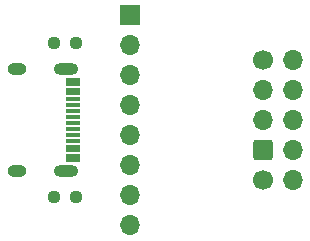
<source format=gbr>
%TF.GenerationSoftware,KiCad,Pcbnew,8.0.0-8.0.0-1~ubuntu22.04.1*%
%TF.CreationDate,2024-02-29T22:18:46-05:00*%
%TF.ProjectId,ezUSB,657a5553-422e-46b6-9963-61645f706362,rev?*%
%TF.SameCoordinates,Original*%
%TF.FileFunction,Soldermask,Top*%
%TF.FilePolarity,Negative*%
%FSLAX46Y46*%
G04 Gerber Fmt 4.6, Leading zero omitted, Abs format (unit mm)*
G04 Created by KiCad (PCBNEW 8.0.0-8.0.0-1~ubuntu22.04.1) date 2024-02-29 22:18:46*
%MOMM*%
%LPD*%
G01*
G04 APERTURE LIST*
G04 Aperture macros list*
%AMRoundRect*
0 Rectangle with rounded corners*
0 $1 Rounding radius*
0 $2 $3 $4 $5 $6 $7 $8 $9 X,Y pos of 4 corners*
0 Add a 4 corners polygon primitive as box body*
4,1,4,$2,$3,$4,$5,$6,$7,$8,$9,$2,$3,0*
0 Add four circle primitives for the rounded corners*
1,1,$1+$1,$2,$3*
1,1,$1+$1,$4,$5*
1,1,$1+$1,$6,$7*
1,1,$1+$1,$8,$9*
0 Add four rect primitives between the rounded corners*
20,1,$1+$1,$2,$3,$4,$5,0*
20,1,$1+$1,$4,$5,$6,$7,0*
20,1,$1+$1,$6,$7,$8,$9,0*
20,1,$1+$1,$8,$9,$2,$3,0*%
G04 Aperture macros list end*
%ADD10R,1.700000X1.700000*%
%ADD11O,1.700000X1.700000*%
%ADD12RoundRect,0.237500X-0.250000X-0.237500X0.250000X-0.237500X0.250000X0.237500X-0.250000X0.237500X0*%
%ADD13R,1.150000X0.300000*%
%ADD14O,2.100000X1.000000*%
%ADD15O,1.600000X1.000000*%
%ADD16C,1.700000*%
%ADD17RoundRect,0.250000X-0.600000X-0.600000X0.600000X-0.600000X0.600000X0.600000X-0.600000X0.600000X0*%
G04 APERTURE END LIST*
D10*
%TO.C,J4*%
X73000000Y-76625000D03*
D11*
X73000000Y-79165000D03*
X73000000Y-81705000D03*
X73000000Y-84245000D03*
X73000000Y-86785000D03*
X73000000Y-89325000D03*
X73000000Y-91865000D03*
X73000000Y-94405000D03*
%TD*%
D12*
%TO.C,R2*%
X66587500Y-92000000D03*
X68412500Y-92000000D03*
%TD*%
D13*
%TO.C,J2*%
X68170000Y-82150000D03*
X68170000Y-82950000D03*
X68170000Y-84250000D03*
X68170000Y-85250000D03*
X68170000Y-85750000D03*
X68170000Y-86750000D03*
X68170000Y-88050000D03*
X68170000Y-88850000D03*
X68170000Y-88550000D03*
X68170000Y-87750000D03*
X68170000Y-87250000D03*
X68170000Y-86250000D03*
X68170000Y-84750000D03*
X68170000Y-83750000D03*
X68170000Y-83250000D03*
X68170000Y-82450000D03*
D14*
X67605000Y-81180000D03*
D15*
X63425000Y-81180000D03*
D14*
X67605000Y-89820000D03*
D15*
X63425000Y-89820000D03*
%TD*%
D12*
%TO.C,R1*%
X66587500Y-79000000D03*
X68412500Y-79000000D03*
%TD*%
D16*
%TO.C,J3*%
X84225000Y-80415000D03*
D11*
X86765000Y-80415000D03*
X84225000Y-82955000D03*
X86765000Y-82955000D03*
X84225000Y-85495000D03*
X86765000Y-85495000D03*
D17*
X84225000Y-88035000D03*
D11*
X86765000Y-88035000D03*
D16*
X84225000Y-90575000D03*
D11*
X86765000Y-90575000D03*
%TD*%
M02*

</source>
